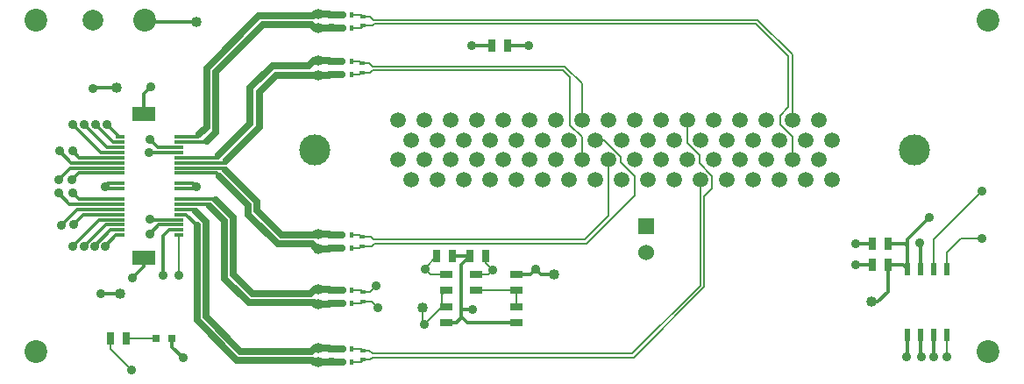
<source format=gtl>
G04 (created by PCBNEW (2013-jul-07)-stable) date Fri 02 May 2014 03:08:32 PM CDT*
%MOIN*%
G04 Gerber Fmt 3.4, Leading zero omitted, Abs format*
%FSLAX34Y34*%
G01*
G70*
G90*
G04 APERTURE LIST*
%ADD10C,0.00590551*%
%ADD11C,0.04*%
%ADD12R,0.02X0.045*%
%ADD13R,0.0354331X0.011811*%
%ADD14R,0.0866142X0.0531496*%
%ADD15R,0.045X0.025*%
%ADD16R,0.025X0.045*%
%ADD17R,0.0236X0.0157*%
%ADD18R,0.0157X0.0236*%
%ADD19C,0.0590551*%
%ADD20C,0.11811*%
%ADD21R,0.06X0.06*%
%ADD22C,0.06*%
%ADD23R,0.0314X0.0314*%
%ADD24C,0.0787402*%
%ADD25C,0.0866142*%
%ADD26C,0.035*%
%ADD27C,0.011811*%
%ADD28C,0.0082*%
%ADD29C,0.027*%
G04 APERTURE END LIST*
G54D10*
G54D11*
X27350Y-25250D03*
X32000Y-35425D03*
X32000Y-37650D03*
X32000Y-38200D03*
X24480Y-35590D03*
X53040Y-35900D03*
X24320Y-27770D03*
X40950Y-34850D03*
X35970Y-36130D03*
X32000Y-24950D03*
X32000Y-25500D03*
X32000Y-26725D03*
X32000Y-27275D03*
X32000Y-33325D03*
X32000Y-35975D03*
X32000Y-33875D03*
G54D12*
X54400Y-34650D03*
X54900Y-34650D03*
X55400Y-34650D03*
X55900Y-34650D03*
X55900Y-37150D03*
X55400Y-37150D03*
X54900Y-37150D03*
X54400Y-37150D03*
G54D13*
X26712Y-33366D03*
X24468Y-33366D03*
X26712Y-33169D03*
X24468Y-33169D03*
X26712Y-32972D03*
X24468Y-32972D03*
X26712Y-32775D03*
X24468Y-32775D03*
X26712Y-32578D03*
X24468Y-32578D03*
X26712Y-32381D03*
X24468Y-32381D03*
X26712Y-32185D03*
X24468Y-32185D03*
X26712Y-31988D03*
X24468Y-31988D03*
X26712Y-31594D03*
X24468Y-31594D03*
X26712Y-31397D03*
X24468Y-31397D03*
X26712Y-31003D03*
X24468Y-31003D03*
X26712Y-30807D03*
X24468Y-30807D03*
X26712Y-30610D03*
X24468Y-30610D03*
X26712Y-30413D03*
X24468Y-30413D03*
X26712Y-30216D03*
X24468Y-30216D03*
X26712Y-30019D03*
X24468Y-30019D03*
X26712Y-29822D03*
X24468Y-29822D03*
X26712Y-29625D03*
X24468Y-29625D03*
G54D14*
X25354Y-34224D03*
X25354Y-28769D03*
G54D15*
X38000Y-35450D03*
X38000Y-34850D03*
G54D16*
X38370Y-34173D03*
X37770Y-34173D03*
X53660Y-33690D03*
X53060Y-33690D03*
X53660Y-34490D03*
X53060Y-34490D03*
X36511Y-34173D03*
X37111Y-34173D03*
G54D15*
X39540Y-35450D03*
X39540Y-34850D03*
X36870Y-36080D03*
X36870Y-36680D03*
X39530Y-36080D03*
X39530Y-36680D03*
X36870Y-35460D03*
X36870Y-34860D03*
G54D16*
X24100Y-37290D03*
X24700Y-37290D03*
G54D17*
X33700Y-37748D03*
X33700Y-38102D03*
X33700Y-25048D03*
X33700Y-25402D03*
X33650Y-26823D03*
X33650Y-27177D03*
X33650Y-33423D03*
X33650Y-33777D03*
X33700Y-35523D03*
X33700Y-35877D03*
G54D18*
X33277Y-24975D03*
X32923Y-24975D03*
G54D17*
X32500Y-33423D03*
X32500Y-33777D03*
G54D18*
X33277Y-25475D03*
X32923Y-25475D03*
G54D17*
X32500Y-25048D03*
X32500Y-25402D03*
G54D18*
X33252Y-26750D03*
X32898Y-26750D03*
G54D17*
X32500Y-26823D03*
X32500Y-27177D03*
G54D18*
X33252Y-27250D03*
X32898Y-27250D03*
X33252Y-33350D03*
X32898Y-33350D03*
X33252Y-33850D03*
X32898Y-33850D03*
X33277Y-35450D03*
X32923Y-35450D03*
G54D17*
X32500Y-35523D03*
X32500Y-35877D03*
G54D18*
X33277Y-35950D03*
X32923Y-35950D03*
X33277Y-37675D03*
X32923Y-37675D03*
G54D17*
X32500Y-38102D03*
X32500Y-37748D03*
G54D18*
X33277Y-38175D03*
X32923Y-38175D03*
G54D19*
X51525Y-29750D03*
X51525Y-31250D03*
X51025Y-29000D03*
X51025Y-30500D03*
X50525Y-29750D03*
X50525Y-31250D03*
X50025Y-29000D03*
X50025Y-30500D03*
X49525Y-29750D03*
X49525Y-31250D03*
X49025Y-29000D03*
X49025Y-30500D03*
X48525Y-29750D03*
X48525Y-31250D03*
X48025Y-29000D03*
X48025Y-30500D03*
X47525Y-29750D03*
X47525Y-31250D03*
X47025Y-29000D03*
X47025Y-30500D03*
X46525Y-29750D03*
X46525Y-31250D03*
X46025Y-29000D03*
X46025Y-30500D03*
X45525Y-29750D03*
X45525Y-31250D03*
X45025Y-29000D03*
X45025Y-30500D03*
X44525Y-29750D03*
X44525Y-31250D03*
X44025Y-29000D03*
X44025Y-30500D03*
X43525Y-29750D03*
X43525Y-31250D03*
X43025Y-29000D03*
X43025Y-30500D03*
X42525Y-29750D03*
X42525Y-31250D03*
X42025Y-29000D03*
X42025Y-30500D03*
X41525Y-29750D03*
X41525Y-31250D03*
X41025Y-29000D03*
X41025Y-30500D03*
X40525Y-29750D03*
X40525Y-31250D03*
X40025Y-29000D03*
X40025Y-30500D03*
X39525Y-29750D03*
X39525Y-31250D03*
X39025Y-29000D03*
X39025Y-30500D03*
X38525Y-29750D03*
X38525Y-31250D03*
X38025Y-29000D03*
X38025Y-30500D03*
X37525Y-29750D03*
X37525Y-31250D03*
X37025Y-29000D03*
X37025Y-30500D03*
X36525Y-29750D03*
X36525Y-31250D03*
X36025Y-29000D03*
X36025Y-30500D03*
X35525Y-29750D03*
X35525Y-31250D03*
X35025Y-29000D03*
X35025Y-30500D03*
G54D20*
X31875Y-30125D03*
X54675Y-30125D03*
G54D21*
X44450Y-33030D03*
G54D22*
X44450Y-34030D03*
G54D23*
X25845Y-37290D03*
X26435Y-37290D03*
G54D24*
X23425Y-25196D03*
G54D25*
X25393Y-25196D03*
X57480Y-25196D03*
X57480Y-37795D03*
X21259Y-37795D03*
X21259Y-25196D03*
G54D16*
X38597Y-26141D03*
X39197Y-26141D03*
G54D26*
X26110Y-34890D03*
X55220Y-32690D03*
X40280Y-34650D03*
X37834Y-26141D03*
X36060Y-34650D03*
X38640Y-34680D03*
X34260Y-36110D03*
X34200Y-35300D03*
X37874Y-36181D03*
X54881Y-33661D03*
X52440Y-34488D03*
X52440Y-33700D03*
X55905Y-37992D03*
X55393Y-37992D03*
X54921Y-37992D03*
X54370Y-37992D03*
X26850Y-38031D03*
X24921Y-35000D03*
X23897Y-33779D03*
X23503Y-33779D03*
X23110Y-33779D03*
X22677Y-33779D03*
X22677Y-31771D03*
X22125Y-31771D03*
X22637Y-31259D03*
X22125Y-31259D03*
X23976Y-29173D03*
X23543Y-29173D03*
X23110Y-29173D03*
X22677Y-29173D03*
X25629Y-27716D03*
X23900Y-31510D03*
X27360Y-31510D03*
X57230Y-31680D03*
X57230Y-33500D03*
X24900Y-38500D03*
X40000Y-26141D03*
X36020Y-36770D03*
X26710Y-34890D03*
X23425Y-27795D03*
X25590Y-29720D03*
X25580Y-30220D03*
X22650Y-30150D03*
X22160Y-30160D03*
X23740Y-35590D03*
X25590Y-33310D03*
X25600Y-32770D03*
X22230Y-32980D03*
X22690Y-32970D03*
G54D27*
X26110Y-33390D02*
X26110Y-34890D01*
X26330Y-33169D02*
X26110Y-33390D01*
X26330Y-33169D02*
X26712Y-33169D01*
X55220Y-32690D02*
X54400Y-33510D01*
X54400Y-33790D02*
X54400Y-33510D01*
X37834Y-26141D02*
X38597Y-26141D01*
X40950Y-34850D02*
X40480Y-34850D01*
X40480Y-34850D02*
X40280Y-34650D01*
X53040Y-35900D02*
X53273Y-35900D01*
X53660Y-35513D02*
X53660Y-34490D01*
X53273Y-35900D02*
X53660Y-35513D01*
X39540Y-34850D02*
X40080Y-34850D01*
X40080Y-34850D02*
X40280Y-34650D01*
X53660Y-34490D02*
X54240Y-34490D01*
X54240Y-34490D02*
X54400Y-34650D01*
X53660Y-33690D02*
X54300Y-33690D01*
X54300Y-33690D02*
X54400Y-33790D01*
X54400Y-33790D02*
X54400Y-34650D01*
G54D28*
X36060Y-34650D02*
X36060Y-34624D01*
X36060Y-34624D02*
X36511Y-34173D01*
X36870Y-34860D02*
X36270Y-34860D01*
X36270Y-34860D02*
X36060Y-34650D01*
X38370Y-34173D02*
X38370Y-34410D01*
X38370Y-34410D02*
X38640Y-34680D01*
X38000Y-34850D02*
X38470Y-34850D01*
X38470Y-34850D02*
X38640Y-34680D01*
X33277Y-38175D02*
X33627Y-38175D01*
X33627Y-38175D02*
X33700Y-38102D01*
X35000Y-38020D02*
X43994Y-38020D01*
X46025Y-29855D02*
X46025Y-29000D01*
X46500Y-30330D02*
X46025Y-29855D01*
X46500Y-30630D02*
X46500Y-30330D01*
X46980Y-31110D02*
X46500Y-30630D01*
X46980Y-31590D02*
X46980Y-31110D01*
X46677Y-31892D02*
X46980Y-31590D01*
X46677Y-35337D02*
X46677Y-31892D01*
X43994Y-38020D02*
X46677Y-35337D01*
X33700Y-38102D02*
X33980Y-38102D01*
X34062Y-38020D02*
X35000Y-38020D01*
X35000Y-38020D02*
X35010Y-38020D01*
X33980Y-38102D02*
X34062Y-38020D01*
X33277Y-37675D02*
X33627Y-37675D01*
X33627Y-37675D02*
X33700Y-37748D01*
X34910Y-37860D02*
X43940Y-37860D01*
X46525Y-35275D02*
X46525Y-31250D01*
X43940Y-37860D02*
X46525Y-35275D01*
X33700Y-37748D02*
X33948Y-37748D01*
X34060Y-37860D02*
X34910Y-37860D01*
X34910Y-37860D02*
X35000Y-37860D01*
X33948Y-37748D02*
X34060Y-37860D01*
X33277Y-35950D02*
X33627Y-35950D01*
X33627Y-35950D02*
X33700Y-35877D01*
X33700Y-35877D02*
X34027Y-35877D01*
X34027Y-35877D02*
X34260Y-36110D01*
X33277Y-35450D02*
X33627Y-35450D01*
X33627Y-35450D02*
X33700Y-35523D01*
X33700Y-35523D02*
X33977Y-35523D01*
X33977Y-35523D02*
X34200Y-35300D01*
G54D27*
X37440Y-36181D02*
X37874Y-36181D01*
X39530Y-36680D02*
X37664Y-36680D01*
X37664Y-36680D02*
X37440Y-36456D01*
X37111Y-34173D02*
X37770Y-34173D01*
X37770Y-34173D02*
X37440Y-34503D01*
X37440Y-34503D02*
X37440Y-36181D01*
X37440Y-36181D02*
X37440Y-36456D01*
X37440Y-36456D02*
X37440Y-36496D01*
X37440Y-36496D02*
X37257Y-36680D01*
X37257Y-36680D02*
X36870Y-36680D01*
X54900Y-34650D02*
X54900Y-33679D01*
X54900Y-33679D02*
X54881Y-33661D01*
X53060Y-34490D02*
X52442Y-34490D01*
X52442Y-34490D02*
X52440Y-34488D01*
X53060Y-33690D02*
X52451Y-33690D01*
X52451Y-33690D02*
X52440Y-33700D01*
G54D28*
X55900Y-37150D02*
X55900Y-37986D01*
X55900Y-37986D02*
X55905Y-37992D01*
G54D27*
X55400Y-37150D02*
X55400Y-37985D01*
X55400Y-37985D02*
X55393Y-37992D01*
X54900Y-37150D02*
X54900Y-37970D01*
X54900Y-37970D02*
X54921Y-37992D01*
X54400Y-37150D02*
X54400Y-37962D01*
X54400Y-37962D02*
X54370Y-37992D01*
X26435Y-37290D02*
X26435Y-37616D01*
X26435Y-37616D02*
X26850Y-38031D01*
X25354Y-34224D02*
X25354Y-34566D01*
X25354Y-34566D02*
X24921Y-35000D01*
X24468Y-33366D02*
X24311Y-33366D01*
X24311Y-33366D02*
X23897Y-33779D01*
X24468Y-33169D02*
X24114Y-33169D01*
X24114Y-33169D02*
X23503Y-33779D01*
X24468Y-32972D02*
X23917Y-32972D01*
X23917Y-32972D02*
X23110Y-33779D01*
X24468Y-32775D02*
X23681Y-32775D01*
X23681Y-32775D02*
X22677Y-33779D01*
X24468Y-31988D02*
X22893Y-31988D01*
X22893Y-31988D02*
X22677Y-31771D01*
X24468Y-32185D02*
X22539Y-32185D01*
X22539Y-32185D02*
X22125Y-31771D01*
X24468Y-31003D02*
X22893Y-31003D01*
X22893Y-31003D02*
X22637Y-31259D01*
X24468Y-30807D02*
X22578Y-30807D01*
X22578Y-30807D02*
X22125Y-31259D01*
X24468Y-29625D02*
X24429Y-29625D01*
X24429Y-29625D02*
X23976Y-29173D01*
X24468Y-29822D02*
X24192Y-29822D01*
X24192Y-29822D02*
X23543Y-29173D01*
X24468Y-30019D02*
X23956Y-30019D01*
X23956Y-30019D02*
X23110Y-29173D01*
X24468Y-30216D02*
X23720Y-30216D01*
X23720Y-30216D02*
X22677Y-29173D01*
X25354Y-28769D02*
X25354Y-27992D01*
X25354Y-27992D02*
X25629Y-27716D01*
X27350Y-25250D02*
X25446Y-25250D01*
X25446Y-25250D02*
X25393Y-25196D01*
X24468Y-31397D02*
X24012Y-31397D01*
X24012Y-31397D02*
X23900Y-31510D01*
X24468Y-31594D02*
X23984Y-31594D01*
X23984Y-31594D02*
X23900Y-31510D01*
X26712Y-31397D02*
X27247Y-31397D01*
X27247Y-31397D02*
X27360Y-31510D01*
X26712Y-31594D02*
X27275Y-31594D01*
X27275Y-31594D02*
X27360Y-31510D01*
G54D28*
X55400Y-34650D02*
X55400Y-33510D01*
X55400Y-33510D02*
X57230Y-31680D01*
X55900Y-34020D02*
X55900Y-34650D01*
X56420Y-33500D02*
X55900Y-34020D01*
X57230Y-33500D02*
X56420Y-33500D01*
X24700Y-37290D02*
X25845Y-37290D01*
X24100Y-37700D02*
X24100Y-37290D01*
X24900Y-38500D02*
X24100Y-37700D01*
X39530Y-36080D02*
X39530Y-35460D01*
X39520Y-35450D02*
X38000Y-35450D01*
X39530Y-35460D02*
X39520Y-35450D01*
G54D27*
X40000Y-26141D02*
X39197Y-26141D01*
G54D28*
X35970Y-36130D02*
X35970Y-36720D01*
X35970Y-36720D02*
X36020Y-36770D01*
X36710Y-35620D02*
X36870Y-35460D01*
X36710Y-36080D02*
X36710Y-35620D01*
X36020Y-36770D02*
X36710Y-36080D01*
X26712Y-33366D02*
X26712Y-34887D01*
X26712Y-34887D02*
X26710Y-34890D01*
X33277Y-25475D02*
X33627Y-25475D01*
X33627Y-25475D02*
X33700Y-25402D01*
X34600Y-25327D02*
X48627Y-25327D01*
X34055Y-25402D02*
X34130Y-25327D01*
X34130Y-25327D02*
X34600Y-25327D01*
X33700Y-25402D02*
X34055Y-25402D01*
X50025Y-29625D02*
X50025Y-30500D01*
X49550Y-29150D02*
X50025Y-29625D01*
X49550Y-28825D02*
X49550Y-29150D01*
X49872Y-28502D02*
X49550Y-28825D01*
X49872Y-26572D02*
X49872Y-28502D01*
X48627Y-25327D02*
X49872Y-26572D01*
X33277Y-24975D02*
X33627Y-24975D01*
X33627Y-24975D02*
X33700Y-25048D01*
X34650Y-25175D02*
X48700Y-25175D01*
X33973Y-25048D02*
X34100Y-25175D01*
X34100Y-25175D02*
X34650Y-25175D01*
X33700Y-25048D02*
X33973Y-25048D01*
X50025Y-26500D02*
X50025Y-29000D01*
X48700Y-25175D02*
X50025Y-26500D01*
X33252Y-33850D02*
X33577Y-33850D01*
X33577Y-33850D02*
X33650Y-33777D01*
X34650Y-33677D02*
X42197Y-33677D01*
X34023Y-33777D02*
X34122Y-33677D01*
X34122Y-33677D02*
X34650Y-33677D01*
X33650Y-33777D02*
X34023Y-33777D01*
X42875Y-29750D02*
X42525Y-29750D01*
X43500Y-30375D02*
X42875Y-29750D01*
X43500Y-30600D02*
X43500Y-30375D01*
X44025Y-31125D02*
X43500Y-30600D01*
X44025Y-31850D02*
X44025Y-31125D01*
X42197Y-33677D02*
X44025Y-31850D01*
X33252Y-33350D02*
X33577Y-33350D01*
X33577Y-33350D02*
X33650Y-33423D01*
X34650Y-33525D02*
X42125Y-33525D01*
X43025Y-32625D02*
X43025Y-30500D01*
X42125Y-33525D02*
X43025Y-32625D01*
X33650Y-33423D02*
X33998Y-33423D01*
X34100Y-33525D02*
X34650Y-33525D01*
X34650Y-33525D02*
X34675Y-33525D01*
X33998Y-33423D02*
X34100Y-33525D01*
G54D29*
X32000Y-37650D02*
X32402Y-37650D01*
X32427Y-37675D02*
X32923Y-37675D01*
X32402Y-37650D02*
X32427Y-37675D01*
G54D27*
X26712Y-32381D02*
X27331Y-32381D01*
X27340Y-32390D02*
X27340Y-32469D01*
X27331Y-32381D02*
X27340Y-32390D01*
G54D29*
X32000Y-37650D02*
X31859Y-37650D01*
X27726Y-32855D02*
X27340Y-32469D01*
X27340Y-32469D02*
X27320Y-32449D01*
X27726Y-36465D02*
X27726Y-32855D01*
X29040Y-37779D02*
X27726Y-36465D01*
X31730Y-37779D02*
X29040Y-37779D01*
X31859Y-37650D02*
X31730Y-37779D01*
X32000Y-38200D02*
X32402Y-38200D01*
X32427Y-38175D02*
X32923Y-38175D01*
X32402Y-38200D02*
X32427Y-38175D01*
G54D27*
X26712Y-32578D02*
X26961Y-32578D01*
G54D29*
X31840Y-38200D02*
X31760Y-38120D01*
X31760Y-38120D02*
X28900Y-38120D01*
X28900Y-38120D02*
X27386Y-36606D01*
X27386Y-36606D02*
X27386Y-33003D01*
X31840Y-38200D02*
X32000Y-38200D01*
G54D27*
X26961Y-32578D02*
X27386Y-33003D01*
G54D29*
X32000Y-24950D02*
X32402Y-24950D01*
X32427Y-24975D02*
X32923Y-24975D01*
X32402Y-24950D02*
X32427Y-24975D01*
G54D27*
X26712Y-29625D02*
X27444Y-29625D01*
G54D29*
X32000Y-24950D02*
X31860Y-24950D01*
X27750Y-29262D02*
X27480Y-29532D01*
X27750Y-27020D02*
X27750Y-29262D01*
X29747Y-25023D02*
X27750Y-27020D01*
X31787Y-25023D02*
X29747Y-25023D01*
X31860Y-24950D02*
X31787Y-25023D01*
G54D27*
X26712Y-29822D02*
X27737Y-29822D01*
G54D29*
X31876Y-25500D02*
X31740Y-25363D01*
X31740Y-25363D02*
X29887Y-25363D01*
X29887Y-25363D02*
X28090Y-27160D01*
X28090Y-27160D02*
X28090Y-29469D01*
X28090Y-29469D02*
X27780Y-29780D01*
X31876Y-25500D02*
X32000Y-25500D01*
G54D27*
X27737Y-29822D02*
X27780Y-29780D01*
G54D29*
X32000Y-25500D02*
X32402Y-25500D01*
X32427Y-25475D02*
X32923Y-25475D01*
X32402Y-25500D02*
X32427Y-25475D01*
X32000Y-26725D02*
X32402Y-26725D01*
X32427Y-26750D02*
X32898Y-26750D01*
X32402Y-26725D02*
X32427Y-26750D01*
G54D27*
X26712Y-30413D02*
X28186Y-30413D01*
X28200Y-30400D02*
X28200Y-30320D01*
X28186Y-30413D02*
X28200Y-30400D01*
G54D29*
X32000Y-26725D02*
X31835Y-26725D01*
X29410Y-29110D02*
X28200Y-30320D01*
X28200Y-30320D02*
X28190Y-30330D01*
X29410Y-27770D02*
X29410Y-29110D01*
X30250Y-26930D02*
X29410Y-27770D01*
X31630Y-26930D02*
X30250Y-26930D01*
X31835Y-26725D02*
X31630Y-26930D01*
X32000Y-27275D02*
X32402Y-27275D01*
X32427Y-27250D02*
X32898Y-27250D01*
X32402Y-27275D02*
X32427Y-27250D01*
G54D27*
X26712Y-30610D02*
X28509Y-30610D01*
X28530Y-30590D02*
X28530Y-30500D01*
X28509Y-30610D02*
X28530Y-30590D01*
G54D29*
X32000Y-27275D02*
X30395Y-27275D01*
X29760Y-29270D02*
X28530Y-30500D01*
X28530Y-30500D02*
X28510Y-30520D01*
X29760Y-27910D02*
X29760Y-29270D01*
X30395Y-27275D02*
X29760Y-27910D01*
X32000Y-33325D02*
X32402Y-33325D01*
X32427Y-33350D02*
X32898Y-33350D01*
X32402Y-33325D02*
X32427Y-33350D01*
G54D27*
X26712Y-30807D02*
X28412Y-30807D01*
G54D29*
X31875Y-33325D02*
X31850Y-33350D01*
X31850Y-33350D02*
X30590Y-33350D01*
X30590Y-33350D02*
X29680Y-32440D01*
X29680Y-32440D02*
X29680Y-32074D01*
X29680Y-32074D02*
X28480Y-30874D01*
X31875Y-33325D02*
X32000Y-33325D01*
G54D27*
X28412Y-30807D02*
X28480Y-30874D01*
G54D29*
X32000Y-33875D02*
X32402Y-33875D01*
X32427Y-33850D02*
X32898Y-33850D01*
X32402Y-33875D02*
X32427Y-33850D01*
G54D27*
X26712Y-31003D02*
X28128Y-31003D01*
G54D29*
X31944Y-33875D02*
X31760Y-33690D01*
X31760Y-33690D02*
X30449Y-33690D01*
X30449Y-33690D02*
X29339Y-32580D01*
X29339Y-32580D02*
X29339Y-32215D01*
X29339Y-32215D02*
X28239Y-31114D01*
X31944Y-33875D02*
X32000Y-33875D01*
G54D27*
X28128Y-31003D02*
X28239Y-31114D01*
G54D29*
X32000Y-35425D02*
X32402Y-35425D01*
X32427Y-35450D02*
X32923Y-35450D01*
X32402Y-35425D02*
X32427Y-35450D01*
G54D27*
X26712Y-31988D02*
X28069Y-31988D01*
G54D29*
X31864Y-35425D02*
X31700Y-35589D01*
X31700Y-35589D02*
X29490Y-35589D01*
X29490Y-35589D02*
X28770Y-34869D01*
X28770Y-34869D02*
X28770Y-32689D01*
X28770Y-32689D02*
X28100Y-32019D01*
X31864Y-35425D02*
X32000Y-35425D01*
G54D27*
X28069Y-31988D02*
X28100Y-32019D01*
G54D29*
X32000Y-35975D02*
X32402Y-35975D01*
X32427Y-35950D02*
X32923Y-35950D01*
X32402Y-35975D02*
X32427Y-35950D01*
G54D27*
X26712Y-32185D02*
X27785Y-32185D01*
G54D29*
X31865Y-35975D02*
X31820Y-35930D01*
X31820Y-35930D02*
X29350Y-35930D01*
X29350Y-35930D02*
X28430Y-35010D01*
X28430Y-35010D02*
X28430Y-32830D01*
X28430Y-32830D02*
X27860Y-32260D01*
X31865Y-35975D02*
X32000Y-35975D01*
G54D27*
X27785Y-32185D02*
X27860Y-32260D01*
G54D28*
X33252Y-27250D02*
X33577Y-27250D01*
X33577Y-27250D02*
X33650Y-27177D01*
X34850Y-27102D02*
X41312Y-27102D01*
X42025Y-29625D02*
X42025Y-30500D01*
X41575Y-29175D02*
X42025Y-29625D01*
X41575Y-27364D02*
X41575Y-29175D01*
X41312Y-27102D02*
X41575Y-27364D01*
X33650Y-27177D02*
X33975Y-27177D01*
X34050Y-27102D02*
X34850Y-27102D01*
X34850Y-27102D02*
X34875Y-27102D01*
X33975Y-27177D02*
X34050Y-27102D01*
X33252Y-26750D02*
X33577Y-26750D01*
X33577Y-26750D02*
X33650Y-26823D01*
X34875Y-26950D02*
X41375Y-26950D01*
X33923Y-26823D02*
X34050Y-26950D01*
X34050Y-26950D02*
X34875Y-26950D01*
X33650Y-26823D02*
X33923Y-26823D01*
X42025Y-27600D02*
X42025Y-29000D01*
X41375Y-26950D02*
X42025Y-27600D01*
G54D27*
X24320Y-27770D02*
X23450Y-27770D01*
X23450Y-27770D02*
X23425Y-27795D01*
X26712Y-30019D02*
X25889Y-30019D01*
X25889Y-30019D02*
X25590Y-29720D01*
X26712Y-30216D02*
X25583Y-30216D01*
X25583Y-30216D02*
X25580Y-30220D01*
X24468Y-30413D02*
X22913Y-30413D01*
X22913Y-30413D02*
X22650Y-30150D01*
X24468Y-30610D02*
X22610Y-30610D01*
X22610Y-30610D02*
X22160Y-30160D01*
X24480Y-35590D02*
X23740Y-35590D01*
X23740Y-35590D02*
X23740Y-35590D01*
X26712Y-32972D02*
X25927Y-32972D01*
X25927Y-32972D02*
X25590Y-33310D01*
X26712Y-32775D02*
X25605Y-32775D01*
X25605Y-32775D02*
X25600Y-32770D01*
X24468Y-32381D02*
X22828Y-32381D01*
X22828Y-32381D02*
X22230Y-32980D01*
X24468Y-32578D02*
X23081Y-32578D01*
X23081Y-32578D02*
X22690Y-32970D01*
M02*

</source>
